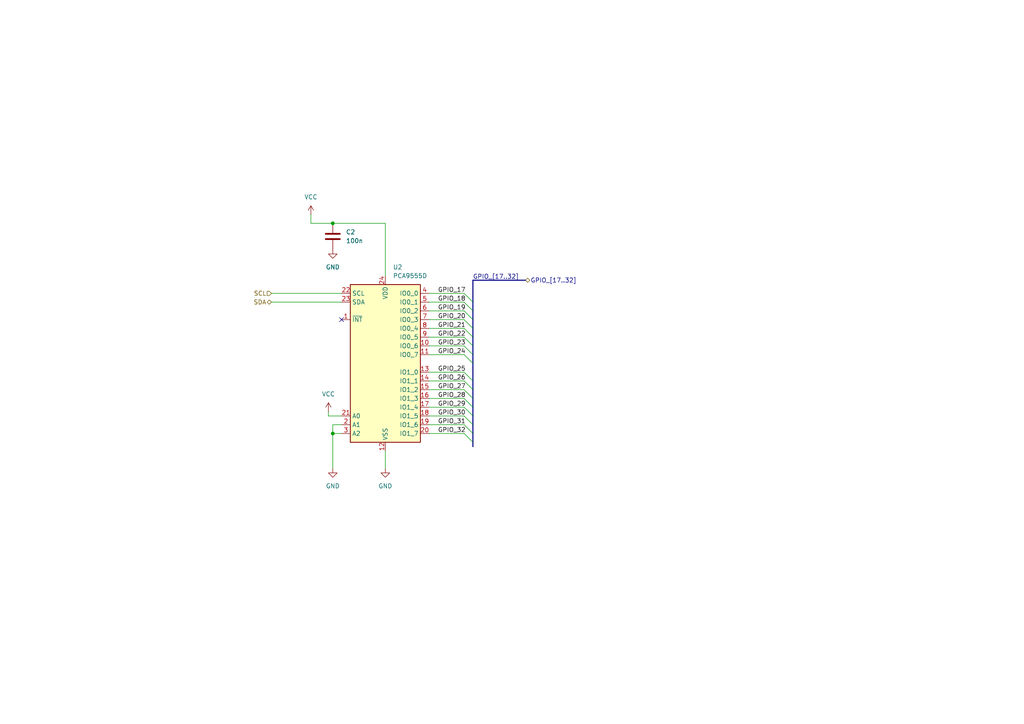
<source format=kicad_sch>
(kicad_sch (version 20231120) (generator "eeschema") (generator_version "8.0")
  (paper "A4")
  (lib_symbols
    (symbol "Device:C" (pin_numbers hide) (pin_names (offset 0.254))
      (property "Reference" "C" (at 0.635 2.54 0))
      (property "Value" "C" (at 0.635 -2.54 0))
      (symbol "C_0_1"
        (polyline (pts (xy -2.032 -0.762) (xy 2.032 -0.762)) (stroke (width 0.508)))
        (polyline (pts (xy -2.032 0.762) (xy 2.032 0.762)) (stroke (width 0.508)))
      )
      (symbol "C_1_1"
        (pin passive line (at 0 3.81 270) (length 2.794) (name "~") (number "1"))
        (pin passive line (at 0 -3.81 90) (length 2.794) (name "~") (number "2"))
      )
    )
    (symbol "Interface_Expansion:PCA9555D"
      (property "Reference" "U" (at -8.89 24.13 0))
      (property "Value" "PCA9555D" (at 6.35 24.13 0))
      (symbol "PCA9555D_0_1"
        (rectangle (start -10.16 22.86) (end 10.16 -22.86) (stroke (width 0.254)) (fill (type background)))
      )
      (symbol "PCA9555D_1_1"
        (pin open_collector line (at -12.7 12.7 0) (length 2.54) (name "~{INT}") (number "1"))
        (pin bidirectional line (at 12.7 5.08 180) (length 2.54) (name "IO0_6") (number "10"))
        (pin bidirectional line (at 12.7 2.54 180) (length 2.54) (name "IO0_7") (number "11"))
        (pin power_in line (at 0 -25.4 90) (length 2.54) (name "VSS") (number "12"))
        (pin bidirectional line (at 12.7 -2.54 180) (length 2.54) (name "IO1_0") (number "13"))
        (pin bidirectional line (at 12.7 -5.08 180) (length 2.54) (name "IO1_1") (number "14"))
        (pin bidirectional line (at 12.7 -7.62 180) (length 2.54) (name "IO1_2") (number "15"))
        (pin bidirectional line (at 12.7 -10.16 180) (length 2.54) (name "IO1_3") (number "16"))
        (pin bidirectional line (at 12.7 -12.7 180) (length 2.54) (name "IO1_4") (number "17"))
        (pin bidirectional line (at 12.7 -15.24 180) (length 2.54) (name "IO1_5") (number "18"))
        (pin bidirectional line (at 12.7 -17.78 180) (length 2.54) (name "IO1_6") (number "19"))
        (pin input line (at -12.7 -17.78 0) (length 2.54) (name "A1") (number "2"))
        (pin bidirectional line (at 12.7 -20.32 180) (length 2.54) (name "IO1_7") (number "20"))
        (pin input line (at -12.7 -15.24 0) (length 2.54) (name "A0") (number "21"))
        (pin input line (at -12.7 20.32 0) (length 2.54) (name "SCL") (number "22"))
        (pin bidirectional line (at -12.7 17.78 0) (length 2.54) (name "SDA") (number "23"))
        (pin power_in line (at 0 25.4 270) (length 2.54) (name "VDD") (number "24"))
        (pin input line (at -12.7 -20.32 0) (length 2.54) (name "A2") (number "3"))
        (pin bidirectional line (at 12.7 20.32 180) (length 2.54) (name "IO0_0") (number "4"))
        (pin bidirectional line (at 12.7 17.78 180) (length 2.54) (name "IO0_1") (number "5"))
        (pin bidirectional line (at 12.7 15.24 180) (length 2.54) (name "IO0_2") (number "6"))
        (pin bidirectional line (at 12.7 12.7 180) (length 2.54) (name "IO0_3") (number "7"))
        (pin bidirectional line (at 12.7 10.16 180) (length 2.54) (name "IO0_4") (number "8"))
        (pin bidirectional line (at 12.7 7.62 180) (length 2.54) (name "IO0_5") (number "9"))
      )
    )
    (symbol "power:GND" (power) (pin_numbers hide) (pin_names (offset 0) hide)
      (property "Value" "GND" (at 0 -3.81 0))
      (symbol "GND_0_1"
        (polyline (pts (xy 0 0) (xy 0 -1.27) (xy 1.27 -1.27) (xy 0 -2.54) (xy -1.27 -1.27) (xy 0 -1.27)))
      )
      (symbol "GND_1_1"
        (pin power_in line (at 0 0 270) (length 0) (name "~") (number "1"))
      )
    )
    (symbol "power:VCC" (power) (pin_numbers hide) (pin_names (offset 0) hide)
      (property "Value" "VCC" (at 0 3.556 0))
      (symbol "VCC_0_1"
        (polyline (pts (xy -0.762 1.27) (xy 0 2.54)))
        (polyline (pts (xy 0 0) (xy 0 2.54)))
        (polyline (pts (xy 0 2.54) (xy 0.762 1.27)))
      )
      (symbol "VCC_1_1"
        (pin power_in line (at 0 0 90) (length 0) (name "~") (number "1"))
      )
    )
  )
  (junction (at 96.52 64.77))
  (junction (at 96.52 125.73))
  (no_connect (at 99.06 92.71))
  (bus_entry (at 134.62 107.95) (size 2.54 2.54))
  (bus_entry (at 134.62 102.87) (size 2.54 2.54))
  (bus_entry (at 134.62 110.49) (size 2.54 2.54))
  (bus_entry (at 134.62 85.09) (size 2.54 2.54))
  (bus_entry (at 134.62 113.03) (size 2.54 2.54))
  (bus_entry (at 134.62 100.33) (size 2.54 2.54))
  (bus_entry (at 134.62 115.57) (size 2.54 2.54))
  (bus_entry (at 134.62 123.19) (size 2.54 2.54))
  (bus_entry (at 134.62 92.71) (size 2.54 2.54))
  (bus_entry (at 134.62 125.73) (size 2.54 2.54))
  (bus_entry (at 134.62 118.11) (size 2.54 2.54))
  (bus_entry (at 134.62 97.79) (size 2.54 2.54))
  (bus_entry (at 134.62 95.25) (size 2.54 2.54))
  (bus_entry (at 134.62 90.17) (size 2.54 2.54))
  (bus_entry (at 134.62 87.63) (size 2.54 2.54))
  (bus_entry (at 134.62 120.65) (size 2.54 2.54))
  (bus (pts (xy 137.16 102.87) (xy 137.16 105.41)))
  (wire (pts (xy 95.25 120.65) (xy 99.06 120.65)))
  (wire (pts (xy 111.76 130.81) (xy 111.76 135.89)))
  (wire (pts (xy 99.06 123.19) (xy 96.52 123.19)))
  (bus (pts (xy 137.16 120.65) (xy 137.16 123.19)))
  (wire (pts (xy 90.17 64.77) (xy 90.17 62.23)))
  (wire (pts (xy 78.74 85.09) (xy 99.06 85.09)))
  (wire (pts (xy 124.46 107.95) (xy 134.62 107.95)))
  (wire (pts (xy 124.46 120.65) (xy 134.62 120.65)))
  (bus (pts (xy 137.16 125.73) (xy 137.16 128.27)))
  (bus (pts (xy 137.16 110.49) (xy 137.16 113.03)))
  (wire (pts (xy 124.46 110.49) (xy 134.62 110.49)))
  (wire (pts (xy 124.46 95.25) (xy 134.62 95.25)))
  (wire (pts (xy 124.46 87.63) (xy 134.62 87.63)))
  (bus (pts (xy 137.16 87.63) (xy 137.16 90.17)))
  (wire (pts (xy 78.74 87.63) (xy 99.06 87.63)))
  (bus (pts (xy 137.16 113.03) (xy 137.16 115.57)))
  (wire (pts (xy 124.46 85.09) (xy 134.62 85.09)))
  (wire (pts (xy 111.76 64.77) (xy 96.52 64.77)))
  (wire (pts (xy 124.46 102.87) (xy 134.62 102.87)))
  (bus (pts (xy 137.16 92.71) (xy 137.16 95.25)))
  (wire (pts (xy 111.76 80.01) (xy 111.76 64.77)))
  (wire (pts (xy 124.46 118.11) (xy 134.62 118.11)))
  (bus (pts (xy 137.16 95.25) (xy 137.16 97.79)))
  (bus (pts (xy 137.16 97.79) (xy 137.16 100.33)))
  (wire (pts (xy 99.06 125.73) (xy 96.52 125.73)))
  (wire (pts (xy 124.46 123.19) (xy 134.62 123.19)))
  (bus (pts (xy 137.16 118.11) (xy 137.16 120.65)))
  (bus (pts (xy 137.16 115.57) (xy 137.16 118.11)))
  (wire (pts (xy 96.52 125.73) (xy 96.52 135.89)))
  (wire (pts (xy 95.25 119.38) (xy 95.25 120.65)))
  (wire (pts (xy 124.46 113.03) (xy 134.62 113.03)))
  (wire (pts (xy 96.52 123.19) (xy 96.52 125.73)))
  (wire (pts (xy 124.46 115.57) (xy 134.62 115.57)))
  (wire (pts (xy 96.52 64.77) (xy 90.17 64.77)))
  (wire (pts (xy 124.46 97.79) (xy 134.62 97.79)))
  (wire (pts (xy 124.46 92.71) (xy 134.62 92.71)))
  (wire (pts (xy 124.46 90.17) (xy 134.62 90.17)))
  (wire (pts (xy 124.46 100.33) (xy 134.62 100.33)))
  (bus (pts (xy 137.16 81.28) (xy 137.16 87.63)))
  (bus (pts (xy 137.16 90.17) (xy 137.16 92.71)))
  (bus (pts (xy 152.4 81.28) (xy 137.16 81.28)))
  (bus (pts (xy 137.16 105.41) (xy 137.16 110.49)))
  (bus (pts (xy 137.16 123.19) (xy 137.16 125.73)))
  (bus (pts (xy 137.16 100.33) (xy 137.16 102.87)))
  (wire (pts (xy 124.46 125.73) (xy 134.62 125.73)))
  (bus (pts (xy 137.16 128.27) (xy 137.16 129.54)))
  (label "GPIO_[17..32]" (at 137.16 81.28 0))
  (label "GPIO_32" (at 127 125.73 0))
  (label "GPIO_25" (at 127 107.95 0))
  (label "GPIO_31" (at 127 123.19 0))
  (label "GPIO_23" (at 127 100.33 0))
  (label "GPIO_24" (at 127 102.87 0))
  (label "GPIO_30" (at 127 120.65 0))
  (label "GPIO_17" (at 127 85.09 0))
  (label "GPIO_18" (at 127 87.63 0))
  (label "GPIO_20" (at 127 92.71 0))
  (label "GPIO_29" (at 127 118.11 0))
  (label "GPIO_27" (at 127 113.03 0))
  (label "GPIO_21" (at 127 95.25 0))
  (label "GPIO_28" (at 127 115.57 0))
  (label "GPIO_19" (at 127 90.17 0))
  (label "GPIO_22" (at 127 97.79 0))
  (label "GPIO_26" (at 127 110.49 0))
  (hierarchical_label "SDA" (shape bidirectional) (at 78.74 87.63 180))
  (hierarchical_label "GPIO_[17..32]" (shape bidirectional) (at 152.4 81.28 0))
  (hierarchical_label "SCL" (shape input) (at 78.74 85.09 180))
  (symbol (lib_id "Interface_Expansion:PCA9555D") (at 111.76 105.41 0) (unit 1)
    (property "Reference" "U2" (at 113.9541 77.47 0) (effects (justify left)))
    (property "Value" "PCA9555D" (at 113.9541 80.01 0) (effects (justify left)))
    (property "Footprint" "Package_SO:SOIC-24W_7.5x15.4mm_P1.27mm" (effects (hide yes)))
    (property "Datasheet" "https://www.nxp.com/docs/en/data-sheet/PCA9555.pdf" (effects (hide yes)))
    (property "Description" "IO expander 16 GPIO, I2C 400kHz, Interrupt, 2.3 - 5.5V, SOIC-24" (effects (hide yes)))
  )
  (symbol (lib_id "power:VCC") (at 95.25 119.38 0) (unit 1)
    (property "Reference" "#PWR0105" (effects (hide yes)))
    (property "Value" "VCC" (at 95.25 114.3 0))
    (property "Description" "Power symbol creates a global label with name \"VCC\"" (effects (hide yes)))
  )
  (symbol (lib_id "power:GND") (at 111.76 135.89 0) (unit 1)
    (property "Reference" "#PWR030" (effects (hide yes)))
    (property "Value" "GND" (at 111.76 140.97 0))
    (property "Description" "Power symbol creates a global label with name \"GND\" , ground" (effects (hide yes)))
  )
  (symbol (lib_id "power:GND") (at 96.52 72.39 0) (unit 1)
    (property "Reference" "#PWR028" (effects (hide yes)))
    (property "Value" "GND" (at 96.52 77.47 0))
    (property "Description" "Power symbol creates a global label with name \"GND\" , ground" (effects (hide yes)))
  )
  (symbol (lib_id "Device:C") (at 96.52 68.58 0) (unit 1)
    (property "Reference" "C2" (at 100.33 67.3099 0) (effects (justify left)))
    (property "Value" "100n" (at 100.33 69.8499 0) (effects (justify left)))
    (property "Footprint" "Capacitor_SMD:C_0603_1608Metric_Pad1.08x0.95mm_HandSolder" (effects (hide yes)))
    (property "Description" "Unpolarized capacitor" (effects (hide yes)))
  )
  (symbol (lib_id "power:GND") (at 96.52 135.89 0) (unit 1)
    (property "Reference" "#PWR029" (effects (hide yes)))
    (property "Value" "GND" (at 96.52 140.97 0))
    (property "Description" "Power symbol creates a global label with name \"GND\" , ground" (effects (hide yes)))
  )
  (symbol (lib_id "power:VCC") (at 90.17 62.23 0) (unit 1)
    (property "Reference" "#PWR027" (effects (hide yes)))
    (property "Value" "VCC" (at 90.17 57.15 0))
    (property "Description" "Power symbol creates a global label with name \"VCC\"" (effects (hide yes)))
  )
)
</source>
